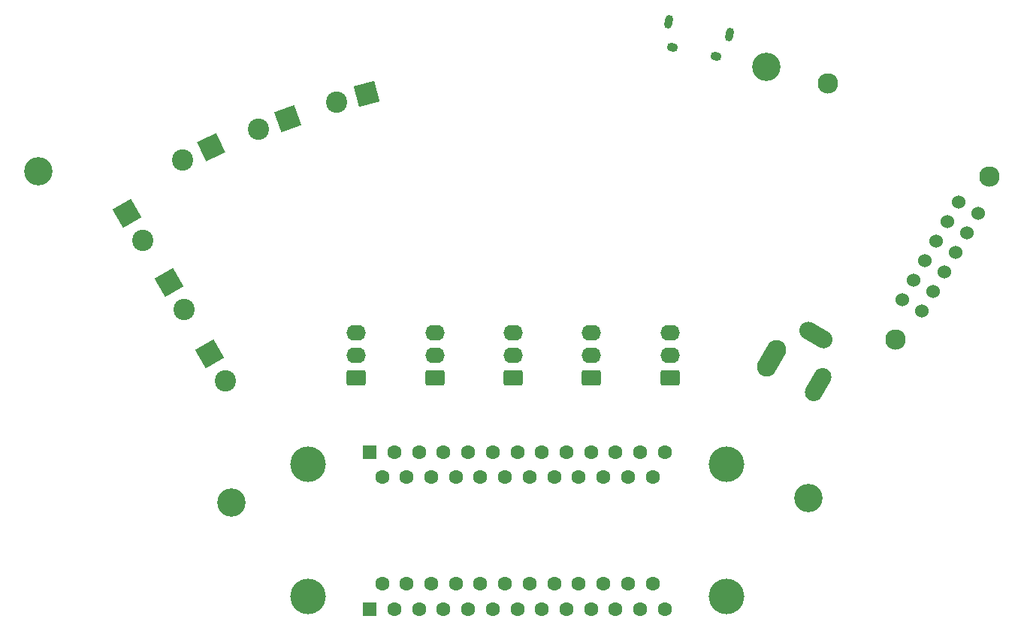
<source format=gbr>
%TF.GenerationSoftware,KiCad,Pcbnew,(6.0.0-0)*%
%TF.CreationDate,2022-12-05T14:38:04-05:00*%
%TF.ProjectId,Dome_Plate_Controller_V1,446f6d65-5f50-46c6-9174-655f436f6e74,rev?*%
%TF.SameCoordinates,Original*%
%TF.FileFunction,Soldermask,Bot*%
%TF.FilePolarity,Negative*%
%FSLAX46Y46*%
G04 Gerber Fmt 4.6, Leading zero omitted, Abs format (unit mm)*
G04 Created by KiCad (PCBNEW (6.0.0-0)) date 2022-12-05 14:38:04*
%MOMM*%
%LPD*%
G01*
G04 APERTURE LIST*
G04 Aperture macros list*
%AMRoundRect*
0 Rectangle with rounded corners*
0 $1 Rounding radius*
0 $2 $3 $4 $5 $6 $7 $8 $9 X,Y pos of 4 corners*
0 Add a 4 corners polygon primitive as box body*
4,1,4,$2,$3,$4,$5,$6,$7,$8,$9,$2,$3,0*
0 Add four circle primitives for the rounded corners*
1,1,$1+$1,$2,$3*
1,1,$1+$1,$4,$5*
1,1,$1+$1,$6,$7*
1,1,$1+$1,$8,$9*
0 Add four rect primitives between the rounded corners*
20,1,$1+$1,$2,$3,$4,$5,0*
20,1,$1+$1,$4,$5,$6,$7,0*
20,1,$1+$1,$6,$7,$8,$9,0*
20,1,$1+$1,$8,$9,$2,$3,0*%
%AMHorizOval*
0 Thick line with rounded ends*
0 $1 width*
0 $2 $3 position (X,Y) of the first rounded end (center of the circle)*
0 $4 $5 position (X,Y) of the second rounded end (center of the circle)*
0 Add line between two ends*
20,1,$1,$2,$3,$4,$5,0*
0 Add two circle primitives to create the rounded ends*
1,1,$1,$2,$3*
1,1,$1,$4,$5*%
%AMRotRect*
0 Rectangle, with rotation*
0 The origin of the aperture is its center*
0 $1 length*
0 $2 width*
0 $3 Rotation angle, in degrees counterclockwise*
0 Add horizontal line*
21,1,$1,$2,0,0,$3*%
G04 Aperture macros list end*
%ADD10HorizOval,2.200000X0.550000X0.952628X-0.550000X-0.952628X0*%
%ADD11HorizOval,2.000000X0.500000X0.866025X-0.500000X-0.866025X0*%
%ADD12HorizOval,2.000000X-0.866025X0.500000X0.866025X-0.500000X0*%
%ADD13RotRect,2.400000X2.400000X300.000000*%
%ADD14C,2.400000*%
%ADD15C,3.200000*%
%ADD16RotRect,2.400000X2.400000X195.000000*%
%ADD17C,1.524000*%
%ADD18C,2.300000*%
%ADD19RoundRect,0.250000X0.845000X-0.620000X0.845000X0.620000X-0.845000X0.620000X-0.845000X-0.620000X0*%
%ADD20O,2.190000X1.740000*%
%ADD21C,4.000000*%
%ADD22R,1.600000X1.600000*%
%ADD23C,1.600000*%
%ADD24RotRect,2.400000X2.400000X200.000000*%
%ADD25HorizOval,0.950000X-0.146722X0.031187X0.146722X-0.031187X0*%
%ADD26HorizOval,0.890000X0.068611X0.322789X-0.068611X-0.322789X0*%
%ADD27RotRect,2.400000X2.400000X205.000000*%
G04 APERTURE END LIST*
D10*
%TO.C,J14*%
X128553848Y-122190000D03*
D11*
X133750000Y-125190000D03*
D12*
X133501924Y-119619681D03*
%TD*%
D13*
%TO.C,J5*%
X55870000Y-105900000D03*
D14*
X57620000Y-108931089D03*
%TD*%
D15*
%TO.C,REF\u002A\u002A*%
X45920000Y-101110000D03*
%TD*%
%TO.C,REF\u002A\u002A*%
X132660000Y-137990000D03*
%TD*%
D13*
%TO.C,J6*%
X60600000Y-113710000D03*
D14*
X62350000Y-116741089D03*
%TD*%
D16*
%TO.C,J9*%
X82880000Y-92430000D03*
D14*
X79499260Y-93335867D03*
%TD*%
D17*
%TO.C,U6*%
X145418670Y-116899261D03*
X146688670Y-114699557D03*
X147958670Y-112499852D03*
X149228670Y-110300148D03*
X150498670Y-108100443D03*
X151768670Y-105900739D03*
X149568966Y-104630739D03*
X148298966Y-106830443D03*
X147028966Y-109030148D03*
X145758966Y-111229852D03*
X144488966Y-113429557D03*
X143218966Y-115629261D03*
D18*
X142488267Y-120114869D03*
X153088267Y-101755131D03*
X134901733Y-91255131D03*
%TD*%
D19*
%TO.C,J4*%
X81730000Y-124470000D03*
D20*
X81730000Y-121930000D03*
X81730000Y-119390000D03*
%TD*%
D15*
%TO.C,REF\u002A\u002A*%
X67660000Y-138510000D03*
%TD*%
D21*
%TO.C,J13*%
X76320000Y-149049338D03*
X123420000Y-149049338D03*
D22*
X83250000Y-150469338D03*
D23*
X86020000Y-150469338D03*
X88790000Y-150469338D03*
X91560000Y-150469338D03*
X94330000Y-150469338D03*
X97100000Y-150469338D03*
X99870000Y-150469338D03*
X102640000Y-150469338D03*
X105410000Y-150469338D03*
X108180000Y-150469338D03*
X110950000Y-150469338D03*
X113720000Y-150469338D03*
X116490000Y-150469338D03*
X84635000Y-147629338D03*
X87405000Y-147629338D03*
X90175000Y-147629338D03*
X92945000Y-147629338D03*
X95715000Y-147629338D03*
X98485000Y-147629338D03*
X101255000Y-147629338D03*
X104025000Y-147629338D03*
X106795000Y-147629338D03*
X109565000Y-147629338D03*
X112335000Y-147629338D03*
X115105000Y-147629338D03*
%TD*%
D24*
%TO.C,J7*%
X74020000Y-95220000D03*
D14*
X70731076Y-96417071D03*
%TD*%
D19*
%TO.C,J12*%
X90565000Y-124470000D03*
D20*
X90565000Y-121930000D03*
X90565000Y-119390000D03*
%TD*%
D21*
%TO.C,J2*%
X76320000Y-134199338D03*
X123420000Y-134199338D03*
D22*
X83250000Y-132779338D03*
D23*
X86020000Y-132779338D03*
X88790000Y-132779338D03*
X91560000Y-132779338D03*
X94330000Y-132779338D03*
X97100000Y-132779338D03*
X99870000Y-132779338D03*
X102640000Y-132779338D03*
X105410000Y-132779338D03*
X108180000Y-132779338D03*
X110950000Y-132779338D03*
X113720000Y-132779338D03*
X116490000Y-132779338D03*
X84635000Y-135619338D03*
X87405000Y-135619338D03*
X90175000Y-135619338D03*
X92945000Y-135619338D03*
X95715000Y-135619338D03*
X98485000Y-135619338D03*
X101255000Y-135619338D03*
X104025000Y-135619338D03*
X106795000Y-135619338D03*
X109565000Y-135619338D03*
X112335000Y-135619338D03*
X115105000Y-135619338D03*
%TD*%
D19*
%TO.C,J15*%
X99400000Y-124470000D03*
D20*
X99400000Y-121930000D03*
X99400000Y-119390000D03*
%TD*%
D13*
%TO.C,J3*%
X65180000Y-121750000D03*
D14*
X66930000Y-124781089D03*
%TD*%
D15*
%TO.C,REF\u002A\u002A*%
X127970000Y-89420000D03*
%TD*%
D25*
%TO.C,J1*%
X117343555Y-87149627D03*
D26*
X116926769Y-84300717D03*
D25*
X122234293Y-88189186D03*
D26*
X123773802Y-85756099D03*
%TD*%
D27*
%TO.C,J8*%
X65330000Y-98420000D03*
D14*
X62157923Y-99899164D03*
%TD*%
D19*
%TO.C,J10*%
X117070000Y-124470000D03*
D20*
X117070000Y-121930000D03*
X117070000Y-119390000D03*
%TD*%
D19*
%TO.C,J11*%
X108235000Y-124470000D03*
D20*
X108235000Y-121930000D03*
X108235000Y-119390000D03*
%TD*%
M02*

</source>
